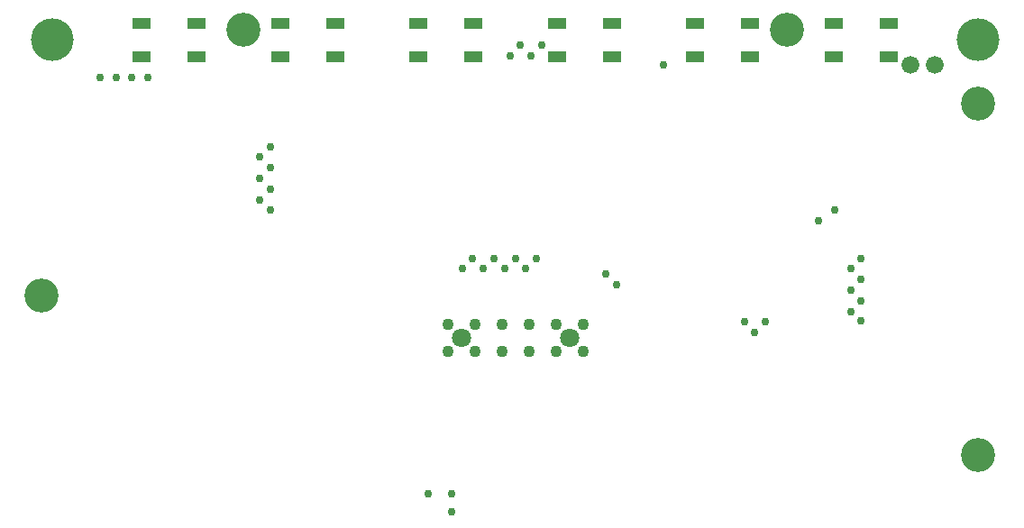
<source format=gbs>
G75*
%MOIN*%
%OFA0B0*%
%FSLAX24Y24*%
%IPPOS*%
%LPD*%
%AMOC8*
5,1,8,0,0,1.08239X$1,22.5*
%
%ADD10C,0.1575*%
%ADD11C,0.1260*%
%ADD12C,0.0709*%
%ADD13R,0.0650X0.0394*%
%ADD14C,0.0660*%
%ADD15C,0.0433*%
%ADD16C,0.0300*%
D10*
X003565Y037231D03*
X037817Y037231D03*
D11*
X037817Y034869D03*
X030731Y037624D03*
X037817Y021876D03*
X010652Y037624D03*
X003171Y027782D03*
D12*
X018691Y026207D03*
X022691Y026207D03*
D13*
X022236Y036601D03*
X022236Y037861D03*
X024265Y037861D03*
X024265Y036601D03*
X027354Y036601D03*
X027354Y037861D03*
X029383Y037861D03*
X029383Y036601D03*
X032472Y036601D03*
X032472Y037861D03*
X034501Y037861D03*
X034501Y036601D03*
X019147Y036601D03*
X019147Y037861D03*
X017118Y037861D03*
X017118Y036601D03*
X014029Y036601D03*
X014029Y037861D03*
X011999Y037861D03*
X011999Y036601D03*
X008910Y036601D03*
X008910Y037861D03*
X006881Y037861D03*
X006881Y036601D03*
D14*
X035301Y036317D03*
X036219Y036325D03*
D15*
X023191Y026707D03*
X022191Y026707D03*
X022191Y025707D03*
X023191Y025707D03*
X021191Y025707D03*
X020191Y025707D03*
X020191Y026707D03*
X021191Y026707D03*
X019191Y026707D03*
X018191Y026707D03*
X018191Y025707D03*
X019191Y025707D03*
D16*
X017489Y020455D03*
X018329Y020452D03*
X018335Y019796D03*
X024431Y028176D03*
X024038Y028569D03*
X021479Y029160D03*
X021085Y028766D03*
X020691Y029160D03*
X020297Y028766D03*
X019904Y029160D03*
X019510Y028766D03*
X019116Y029160D03*
X018723Y028766D03*
X020494Y036640D03*
X020888Y037034D03*
X021282Y036640D03*
X021675Y037034D03*
X026164Y036325D03*
X031912Y030538D03*
X032502Y030932D03*
X033486Y029160D03*
X033093Y028766D03*
X033486Y028373D03*
X033093Y027979D03*
X033486Y027585D03*
X033093Y027191D03*
X033486Y026837D03*
X029943Y026798D03*
X029549Y026404D03*
X029156Y026798D03*
X011636Y030932D03*
X011242Y031325D03*
X011636Y031719D03*
X011242Y032113D03*
X011636Y032506D03*
X011242Y032900D03*
X011636Y033294D03*
X007109Y035853D03*
X006518Y035853D03*
X005927Y035853D03*
X005337Y035853D03*
M02*

</source>
